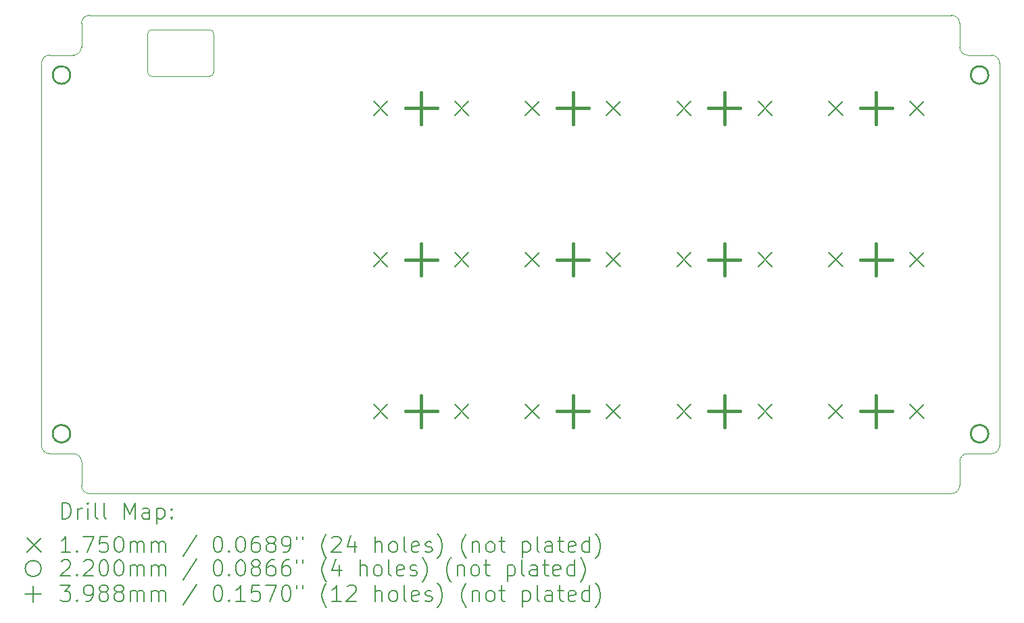
<source format=gbr>
%TF.GenerationSoftware,KiCad,Pcbnew,7.0.9*%
%TF.CreationDate,2024-08-20T09:53:01-04:00*%
%TF.ProjectId,macropad-pico,6d616372-6f70-4616-942d-7069636f2e6b,rev?*%
%TF.SameCoordinates,Original*%
%TF.FileFunction,Drillmap*%
%TF.FilePolarity,Positive*%
%FSLAX45Y45*%
G04 Gerber Fmt 4.5, Leading zero omitted, Abs format (unit mm)*
G04 Created by KiCad (PCBNEW 7.0.9) date 2024-08-20 09:53:01*
%MOMM*%
%LPD*%
G01*
G04 APERTURE LIST*
%ADD10C,0.100000*%
%ADD11C,0.200000*%
%ADD12C,0.175000*%
%ADD13C,0.220000*%
%ADD14C,0.398780*%
G04 APERTURE END LIST*
D10*
X11883400Y-4334200D02*
X11883400Y-3852900D01*
X11933400Y-4384200D02*
X12660600Y-4384200D01*
X11054800Y-9220000D02*
X11054800Y-9520000D01*
X22554800Y-4220000D02*
G75*
G03*
X22454800Y-4120000I-100000J0D01*
G01*
X22154800Y-9120000D02*
X22454800Y-9120000D01*
X22154800Y-9120000D02*
G75*
G03*
X22054800Y-9220000I0J-100000D01*
G01*
X22054800Y-9520000D02*
X22054800Y-9220000D01*
X11154800Y-3620000D02*
G75*
G03*
X11054800Y-3720000I0J-100000D01*
G01*
X12660600Y-4384200D02*
G75*
G03*
X12710600Y-4334200I0J50000D01*
G01*
X12660600Y-3802900D02*
X11933400Y-3802900D01*
X22054800Y-4020000D02*
G75*
G03*
X22154800Y-4120000I100000J0D01*
G01*
X10554800Y-4220000D02*
X10554800Y-9020000D01*
X22154800Y-4120000D02*
X22454800Y-4120000D01*
X10954800Y-4120000D02*
X10654800Y-4120000D01*
X10654800Y-4120000D02*
G75*
G03*
X10554800Y-4220000I0J-100000D01*
G01*
X10954800Y-4120000D02*
G75*
G03*
X11054800Y-4020000I0J100000D01*
G01*
X11054800Y-3720000D02*
X11054800Y-4020000D01*
X12710600Y-3852900D02*
G75*
G03*
X12660600Y-3802900I-50000J0D01*
G01*
X21954800Y-3620000D02*
X11154800Y-3620000D01*
X11154800Y-9620000D02*
X21954800Y-9620000D01*
X11883400Y-4334200D02*
G75*
G03*
X11933400Y-4384200I50000J0D01*
G01*
X22454800Y-9120000D02*
G75*
G03*
X22554800Y-9020000I0J100000D01*
G01*
X21954800Y-9620000D02*
G75*
G03*
X22054800Y-9520000I0J100000D01*
G01*
X11054800Y-9220000D02*
G75*
G03*
X10954800Y-9120000I-100000J0D01*
G01*
X22554800Y-9020000D02*
X22554800Y-4220000D01*
X22054800Y-3720000D02*
X22054800Y-4020000D01*
X11933400Y-3802900D02*
G75*
G03*
X11883400Y-3852900I0J-50000D01*
G01*
X11054800Y-9520000D02*
G75*
G03*
X11154800Y-9620000I100000J0D01*
G01*
X10554800Y-9020000D02*
G75*
G03*
X10654800Y-9120000I100000J0D01*
G01*
X10654800Y-9120000D02*
X10954800Y-9120000D01*
X22054800Y-3720000D02*
G75*
G03*
X21954800Y-3620000I-100000J0D01*
G01*
X12710600Y-4334200D02*
X12710600Y-3852900D01*
D11*
D12*
X14714308Y-4699692D02*
X14889308Y-4874692D01*
X14889308Y-4699692D02*
X14714308Y-4874692D01*
X14714308Y-6599692D02*
X14889308Y-6774692D01*
X14889308Y-6599692D02*
X14714308Y-6774692D01*
X14714308Y-8499692D02*
X14889308Y-8674692D01*
X14889308Y-8499692D02*
X14714308Y-8674692D01*
X15730308Y-4699692D02*
X15905308Y-4874692D01*
X15905308Y-4699692D02*
X15730308Y-4874692D01*
X15730308Y-6599692D02*
X15905308Y-6774692D01*
X15905308Y-6599692D02*
X15730308Y-6774692D01*
X15730308Y-8499692D02*
X15905308Y-8674692D01*
X15905308Y-8499692D02*
X15730308Y-8674692D01*
X16614308Y-4699692D02*
X16789308Y-4874692D01*
X16789308Y-4699692D02*
X16614308Y-4874692D01*
X16614308Y-6599692D02*
X16789308Y-6774692D01*
X16789308Y-6599692D02*
X16614308Y-6774692D01*
X16614308Y-8499692D02*
X16789308Y-8674692D01*
X16789308Y-8499692D02*
X16614308Y-8674692D01*
X17630308Y-4699692D02*
X17805308Y-4874692D01*
X17805308Y-4699692D02*
X17630308Y-4874692D01*
X17630308Y-6599692D02*
X17805308Y-6774692D01*
X17805308Y-6599692D02*
X17630308Y-6774692D01*
X17630308Y-8499692D02*
X17805308Y-8674692D01*
X17805308Y-8499692D02*
X17630308Y-8674692D01*
X18514308Y-4699692D02*
X18689308Y-4874692D01*
X18689308Y-4699692D02*
X18514308Y-4874692D01*
X18514308Y-6599692D02*
X18689308Y-6774692D01*
X18689308Y-6599692D02*
X18514308Y-6774692D01*
X18514308Y-8499692D02*
X18689308Y-8674692D01*
X18689308Y-8499692D02*
X18514308Y-8674692D01*
X19530308Y-4699692D02*
X19705308Y-4874692D01*
X19705308Y-4699692D02*
X19530308Y-4874692D01*
X19530308Y-6599692D02*
X19705308Y-6774692D01*
X19705308Y-6599692D02*
X19530308Y-6774692D01*
X19530308Y-8499692D02*
X19705308Y-8674692D01*
X19705308Y-8499692D02*
X19530308Y-8674692D01*
X20414308Y-4699692D02*
X20589308Y-4874692D01*
X20589308Y-4699692D02*
X20414308Y-4874692D01*
X20414308Y-6599692D02*
X20589308Y-6774692D01*
X20589308Y-6599692D02*
X20414308Y-6774692D01*
X20414308Y-8499692D02*
X20589308Y-8674692D01*
X20589308Y-8499692D02*
X20414308Y-8674692D01*
X21430308Y-4699692D02*
X21605308Y-4874692D01*
X21605308Y-4699692D02*
X21430308Y-4874692D01*
X21430308Y-6599692D02*
X21605308Y-6774692D01*
X21605308Y-6599692D02*
X21430308Y-6774692D01*
X21430308Y-8499692D02*
X21605308Y-8674692D01*
X21605308Y-8499692D02*
X21430308Y-8674692D01*
D13*
X10914600Y-8869500D02*
G75*
G03*
X10914600Y-8869500I-110000J0D01*
G01*
X10915000Y-4370000D02*
G75*
G03*
X10915000Y-4370000I-110000J0D01*
G01*
X22414800Y-8869600D02*
G75*
G03*
X22414800Y-8869600I-110000J0D01*
G01*
X22414900Y-4370300D02*
G75*
G03*
X22414900Y-4370300I-110000J0D01*
G01*
D14*
X15309808Y-4587802D02*
X15309808Y-4986582D01*
X15110418Y-4787192D02*
X15509198Y-4787192D01*
X15309808Y-6487802D02*
X15309808Y-6886582D01*
X15110418Y-6687192D02*
X15509198Y-6687192D01*
X15309808Y-8387802D02*
X15309808Y-8786582D01*
X15110418Y-8587192D02*
X15509198Y-8587192D01*
X17209808Y-4587802D02*
X17209808Y-4986582D01*
X17010418Y-4787192D02*
X17409198Y-4787192D01*
X17209808Y-6487802D02*
X17209808Y-6886582D01*
X17010418Y-6687192D02*
X17409198Y-6687192D01*
X17209808Y-8387802D02*
X17209808Y-8786582D01*
X17010418Y-8587192D02*
X17409198Y-8587192D01*
X19109808Y-4587802D02*
X19109808Y-4986582D01*
X18910418Y-4787192D02*
X19309198Y-4787192D01*
X19109808Y-6487802D02*
X19109808Y-6886582D01*
X18910418Y-6687192D02*
X19309198Y-6687192D01*
X19109808Y-8387802D02*
X19109808Y-8786582D01*
X18910418Y-8587192D02*
X19309198Y-8587192D01*
X21009808Y-4587802D02*
X21009808Y-4986582D01*
X20810418Y-4787192D02*
X21209198Y-4787192D01*
X21009808Y-6487802D02*
X21009808Y-6886582D01*
X20810418Y-6687192D02*
X21209198Y-6687192D01*
X21009808Y-8387802D02*
X21009808Y-8786582D01*
X20810418Y-8587192D02*
X21209198Y-8587192D01*
D11*
X10810577Y-9936484D02*
X10810577Y-9736484D01*
X10810577Y-9736484D02*
X10858196Y-9736484D01*
X10858196Y-9736484D02*
X10886767Y-9746008D01*
X10886767Y-9746008D02*
X10905815Y-9765055D01*
X10905815Y-9765055D02*
X10915339Y-9784103D01*
X10915339Y-9784103D02*
X10924863Y-9822198D01*
X10924863Y-9822198D02*
X10924863Y-9850770D01*
X10924863Y-9850770D02*
X10915339Y-9888865D01*
X10915339Y-9888865D02*
X10905815Y-9907912D01*
X10905815Y-9907912D02*
X10886767Y-9926960D01*
X10886767Y-9926960D02*
X10858196Y-9936484D01*
X10858196Y-9936484D02*
X10810577Y-9936484D01*
X11010577Y-9936484D02*
X11010577Y-9803150D01*
X11010577Y-9841246D02*
X11020101Y-9822198D01*
X11020101Y-9822198D02*
X11029624Y-9812674D01*
X11029624Y-9812674D02*
X11048672Y-9803150D01*
X11048672Y-9803150D02*
X11067720Y-9803150D01*
X11134386Y-9936484D02*
X11134386Y-9803150D01*
X11134386Y-9736484D02*
X11124863Y-9746008D01*
X11124863Y-9746008D02*
X11134386Y-9755531D01*
X11134386Y-9755531D02*
X11143910Y-9746008D01*
X11143910Y-9746008D02*
X11134386Y-9736484D01*
X11134386Y-9736484D02*
X11134386Y-9755531D01*
X11258196Y-9936484D02*
X11239148Y-9926960D01*
X11239148Y-9926960D02*
X11229624Y-9907912D01*
X11229624Y-9907912D02*
X11229624Y-9736484D01*
X11362958Y-9936484D02*
X11343910Y-9926960D01*
X11343910Y-9926960D02*
X11334386Y-9907912D01*
X11334386Y-9907912D02*
X11334386Y-9736484D01*
X11591529Y-9936484D02*
X11591529Y-9736484D01*
X11591529Y-9736484D02*
X11658196Y-9879341D01*
X11658196Y-9879341D02*
X11724862Y-9736484D01*
X11724862Y-9736484D02*
X11724862Y-9936484D01*
X11905815Y-9936484D02*
X11905815Y-9831722D01*
X11905815Y-9831722D02*
X11896291Y-9812674D01*
X11896291Y-9812674D02*
X11877243Y-9803150D01*
X11877243Y-9803150D02*
X11839148Y-9803150D01*
X11839148Y-9803150D02*
X11820101Y-9812674D01*
X11905815Y-9926960D02*
X11886767Y-9936484D01*
X11886767Y-9936484D02*
X11839148Y-9936484D01*
X11839148Y-9936484D02*
X11820101Y-9926960D01*
X11820101Y-9926960D02*
X11810577Y-9907912D01*
X11810577Y-9907912D02*
X11810577Y-9888865D01*
X11810577Y-9888865D02*
X11820101Y-9869817D01*
X11820101Y-9869817D02*
X11839148Y-9860293D01*
X11839148Y-9860293D02*
X11886767Y-9860293D01*
X11886767Y-9860293D02*
X11905815Y-9850770D01*
X12001053Y-9803150D02*
X12001053Y-10003150D01*
X12001053Y-9812674D02*
X12020101Y-9803150D01*
X12020101Y-9803150D02*
X12058196Y-9803150D01*
X12058196Y-9803150D02*
X12077243Y-9812674D01*
X12077243Y-9812674D02*
X12086767Y-9822198D01*
X12086767Y-9822198D02*
X12096291Y-9841246D01*
X12096291Y-9841246D02*
X12096291Y-9898389D01*
X12096291Y-9898389D02*
X12086767Y-9917436D01*
X12086767Y-9917436D02*
X12077243Y-9926960D01*
X12077243Y-9926960D02*
X12058196Y-9936484D01*
X12058196Y-9936484D02*
X12020101Y-9936484D01*
X12020101Y-9936484D02*
X12001053Y-9926960D01*
X12182005Y-9917436D02*
X12191529Y-9926960D01*
X12191529Y-9926960D02*
X12182005Y-9936484D01*
X12182005Y-9936484D02*
X12172482Y-9926960D01*
X12172482Y-9926960D02*
X12182005Y-9917436D01*
X12182005Y-9917436D02*
X12182005Y-9936484D01*
X12182005Y-9812674D02*
X12191529Y-9822198D01*
X12191529Y-9822198D02*
X12182005Y-9831722D01*
X12182005Y-9831722D02*
X12172482Y-9822198D01*
X12172482Y-9822198D02*
X12182005Y-9812674D01*
X12182005Y-9812674D02*
X12182005Y-9831722D01*
D12*
X10374800Y-10177500D02*
X10549800Y-10352500D01*
X10549800Y-10177500D02*
X10374800Y-10352500D01*
D11*
X10915339Y-10356484D02*
X10801053Y-10356484D01*
X10858196Y-10356484D02*
X10858196Y-10156484D01*
X10858196Y-10156484D02*
X10839148Y-10185055D01*
X10839148Y-10185055D02*
X10820101Y-10204103D01*
X10820101Y-10204103D02*
X10801053Y-10213627D01*
X11001053Y-10337436D02*
X11010577Y-10346960D01*
X11010577Y-10346960D02*
X11001053Y-10356484D01*
X11001053Y-10356484D02*
X10991529Y-10346960D01*
X10991529Y-10346960D02*
X11001053Y-10337436D01*
X11001053Y-10337436D02*
X11001053Y-10356484D01*
X11077244Y-10156484D02*
X11210577Y-10156484D01*
X11210577Y-10156484D02*
X11124863Y-10356484D01*
X11382005Y-10156484D02*
X11286767Y-10156484D01*
X11286767Y-10156484D02*
X11277243Y-10251722D01*
X11277243Y-10251722D02*
X11286767Y-10242198D01*
X11286767Y-10242198D02*
X11305815Y-10232674D01*
X11305815Y-10232674D02*
X11353434Y-10232674D01*
X11353434Y-10232674D02*
X11372482Y-10242198D01*
X11372482Y-10242198D02*
X11382005Y-10251722D01*
X11382005Y-10251722D02*
X11391529Y-10270770D01*
X11391529Y-10270770D02*
X11391529Y-10318389D01*
X11391529Y-10318389D02*
X11382005Y-10337436D01*
X11382005Y-10337436D02*
X11372482Y-10346960D01*
X11372482Y-10346960D02*
X11353434Y-10356484D01*
X11353434Y-10356484D02*
X11305815Y-10356484D01*
X11305815Y-10356484D02*
X11286767Y-10346960D01*
X11286767Y-10346960D02*
X11277243Y-10337436D01*
X11515339Y-10156484D02*
X11534386Y-10156484D01*
X11534386Y-10156484D02*
X11553434Y-10166008D01*
X11553434Y-10166008D02*
X11562958Y-10175531D01*
X11562958Y-10175531D02*
X11572482Y-10194579D01*
X11572482Y-10194579D02*
X11582005Y-10232674D01*
X11582005Y-10232674D02*
X11582005Y-10280293D01*
X11582005Y-10280293D02*
X11572482Y-10318389D01*
X11572482Y-10318389D02*
X11562958Y-10337436D01*
X11562958Y-10337436D02*
X11553434Y-10346960D01*
X11553434Y-10346960D02*
X11534386Y-10356484D01*
X11534386Y-10356484D02*
X11515339Y-10356484D01*
X11515339Y-10356484D02*
X11496291Y-10346960D01*
X11496291Y-10346960D02*
X11486767Y-10337436D01*
X11486767Y-10337436D02*
X11477243Y-10318389D01*
X11477243Y-10318389D02*
X11467720Y-10280293D01*
X11467720Y-10280293D02*
X11467720Y-10232674D01*
X11467720Y-10232674D02*
X11477243Y-10194579D01*
X11477243Y-10194579D02*
X11486767Y-10175531D01*
X11486767Y-10175531D02*
X11496291Y-10166008D01*
X11496291Y-10166008D02*
X11515339Y-10156484D01*
X11667720Y-10356484D02*
X11667720Y-10223150D01*
X11667720Y-10242198D02*
X11677243Y-10232674D01*
X11677243Y-10232674D02*
X11696291Y-10223150D01*
X11696291Y-10223150D02*
X11724863Y-10223150D01*
X11724863Y-10223150D02*
X11743910Y-10232674D01*
X11743910Y-10232674D02*
X11753434Y-10251722D01*
X11753434Y-10251722D02*
X11753434Y-10356484D01*
X11753434Y-10251722D02*
X11762958Y-10232674D01*
X11762958Y-10232674D02*
X11782005Y-10223150D01*
X11782005Y-10223150D02*
X11810577Y-10223150D01*
X11810577Y-10223150D02*
X11829624Y-10232674D01*
X11829624Y-10232674D02*
X11839148Y-10251722D01*
X11839148Y-10251722D02*
X11839148Y-10356484D01*
X11934386Y-10356484D02*
X11934386Y-10223150D01*
X11934386Y-10242198D02*
X11943910Y-10232674D01*
X11943910Y-10232674D02*
X11962958Y-10223150D01*
X11962958Y-10223150D02*
X11991529Y-10223150D01*
X11991529Y-10223150D02*
X12010577Y-10232674D01*
X12010577Y-10232674D02*
X12020101Y-10251722D01*
X12020101Y-10251722D02*
X12020101Y-10356484D01*
X12020101Y-10251722D02*
X12029624Y-10232674D01*
X12029624Y-10232674D02*
X12048672Y-10223150D01*
X12048672Y-10223150D02*
X12077243Y-10223150D01*
X12077243Y-10223150D02*
X12096291Y-10232674D01*
X12096291Y-10232674D02*
X12105815Y-10251722D01*
X12105815Y-10251722D02*
X12105815Y-10356484D01*
X12496291Y-10146960D02*
X12324863Y-10404103D01*
X12753434Y-10156484D02*
X12772482Y-10156484D01*
X12772482Y-10156484D02*
X12791529Y-10166008D01*
X12791529Y-10166008D02*
X12801053Y-10175531D01*
X12801053Y-10175531D02*
X12810577Y-10194579D01*
X12810577Y-10194579D02*
X12820101Y-10232674D01*
X12820101Y-10232674D02*
X12820101Y-10280293D01*
X12820101Y-10280293D02*
X12810577Y-10318389D01*
X12810577Y-10318389D02*
X12801053Y-10337436D01*
X12801053Y-10337436D02*
X12791529Y-10346960D01*
X12791529Y-10346960D02*
X12772482Y-10356484D01*
X12772482Y-10356484D02*
X12753434Y-10356484D01*
X12753434Y-10356484D02*
X12734386Y-10346960D01*
X12734386Y-10346960D02*
X12724863Y-10337436D01*
X12724863Y-10337436D02*
X12715339Y-10318389D01*
X12715339Y-10318389D02*
X12705815Y-10280293D01*
X12705815Y-10280293D02*
X12705815Y-10232674D01*
X12705815Y-10232674D02*
X12715339Y-10194579D01*
X12715339Y-10194579D02*
X12724863Y-10175531D01*
X12724863Y-10175531D02*
X12734386Y-10166008D01*
X12734386Y-10166008D02*
X12753434Y-10156484D01*
X12905815Y-10337436D02*
X12915339Y-10346960D01*
X12915339Y-10346960D02*
X12905815Y-10356484D01*
X12905815Y-10356484D02*
X12896291Y-10346960D01*
X12896291Y-10346960D02*
X12905815Y-10337436D01*
X12905815Y-10337436D02*
X12905815Y-10356484D01*
X13039148Y-10156484D02*
X13058196Y-10156484D01*
X13058196Y-10156484D02*
X13077244Y-10166008D01*
X13077244Y-10166008D02*
X13086767Y-10175531D01*
X13086767Y-10175531D02*
X13096291Y-10194579D01*
X13096291Y-10194579D02*
X13105815Y-10232674D01*
X13105815Y-10232674D02*
X13105815Y-10280293D01*
X13105815Y-10280293D02*
X13096291Y-10318389D01*
X13096291Y-10318389D02*
X13086767Y-10337436D01*
X13086767Y-10337436D02*
X13077244Y-10346960D01*
X13077244Y-10346960D02*
X13058196Y-10356484D01*
X13058196Y-10356484D02*
X13039148Y-10356484D01*
X13039148Y-10356484D02*
X13020101Y-10346960D01*
X13020101Y-10346960D02*
X13010577Y-10337436D01*
X13010577Y-10337436D02*
X13001053Y-10318389D01*
X13001053Y-10318389D02*
X12991529Y-10280293D01*
X12991529Y-10280293D02*
X12991529Y-10232674D01*
X12991529Y-10232674D02*
X13001053Y-10194579D01*
X13001053Y-10194579D02*
X13010577Y-10175531D01*
X13010577Y-10175531D02*
X13020101Y-10166008D01*
X13020101Y-10166008D02*
X13039148Y-10156484D01*
X13277244Y-10156484D02*
X13239148Y-10156484D01*
X13239148Y-10156484D02*
X13220101Y-10166008D01*
X13220101Y-10166008D02*
X13210577Y-10175531D01*
X13210577Y-10175531D02*
X13191529Y-10204103D01*
X13191529Y-10204103D02*
X13182006Y-10242198D01*
X13182006Y-10242198D02*
X13182006Y-10318389D01*
X13182006Y-10318389D02*
X13191529Y-10337436D01*
X13191529Y-10337436D02*
X13201053Y-10346960D01*
X13201053Y-10346960D02*
X13220101Y-10356484D01*
X13220101Y-10356484D02*
X13258196Y-10356484D01*
X13258196Y-10356484D02*
X13277244Y-10346960D01*
X13277244Y-10346960D02*
X13286767Y-10337436D01*
X13286767Y-10337436D02*
X13296291Y-10318389D01*
X13296291Y-10318389D02*
X13296291Y-10270770D01*
X13296291Y-10270770D02*
X13286767Y-10251722D01*
X13286767Y-10251722D02*
X13277244Y-10242198D01*
X13277244Y-10242198D02*
X13258196Y-10232674D01*
X13258196Y-10232674D02*
X13220101Y-10232674D01*
X13220101Y-10232674D02*
X13201053Y-10242198D01*
X13201053Y-10242198D02*
X13191529Y-10251722D01*
X13191529Y-10251722D02*
X13182006Y-10270770D01*
X13410577Y-10242198D02*
X13391529Y-10232674D01*
X13391529Y-10232674D02*
X13382006Y-10223150D01*
X13382006Y-10223150D02*
X13372482Y-10204103D01*
X13372482Y-10204103D02*
X13372482Y-10194579D01*
X13372482Y-10194579D02*
X13382006Y-10175531D01*
X13382006Y-10175531D02*
X13391529Y-10166008D01*
X13391529Y-10166008D02*
X13410577Y-10156484D01*
X13410577Y-10156484D02*
X13448672Y-10156484D01*
X13448672Y-10156484D02*
X13467720Y-10166008D01*
X13467720Y-10166008D02*
X13477244Y-10175531D01*
X13477244Y-10175531D02*
X13486767Y-10194579D01*
X13486767Y-10194579D02*
X13486767Y-10204103D01*
X13486767Y-10204103D02*
X13477244Y-10223150D01*
X13477244Y-10223150D02*
X13467720Y-10232674D01*
X13467720Y-10232674D02*
X13448672Y-10242198D01*
X13448672Y-10242198D02*
X13410577Y-10242198D01*
X13410577Y-10242198D02*
X13391529Y-10251722D01*
X13391529Y-10251722D02*
X13382006Y-10261246D01*
X13382006Y-10261246D02*
X13372482Y-10280293D01*
X13372482Y-10280293D02*
X13372482Y-10318389D01*
X13372482Y-10318389D02*
X13382006Y-10337436D01*
X13382006Y-10337436D02*
X13391529Y-10346960D01*
X13391529Y-10346960D02*
X13410577Y-10356484D01*
X13410577Y-10356484D02*
X13448672Y-10356484D01*
X13448672Y-10356484D02*
X13467720Y-10346960D01*
X13467720Y-10346960D02*
X13477244Y-10337436D01*
X13477244Y-10337436D02*
X13486767Y-10318389D01*
X13486767Y-10318389D02*
X13486767Y-10280293D01*
X13486767Y-10280293D02*
X13477244Y-10261246D01*
X13477244Y-10261246D02*
X13467720Y-10251722D01*
X13467720Y-10251722D02*
X13448672Y-10242198D01*
X13582006Y-10356484D02*
X13620101Y-10356484D01*
X13620101Y-10356484D02*
X13639148Y-10346960D01*
X13639148Y-10346960D02*
X13648672Y-10337436D01*
X13648672Y-10337436D02*
X13667720Y-10308865D01*
X13667720Y-10308865D02*
X13677244Y-10270770D01*
X13677244Y-10270770D02*
X13677244Y-10194579D01*
X13677244Y-10194579D02*
X13667720Y-10175531D01*
X13667720Y-10175531D02*
X13658196Y-10166008D01*
X13658196Y-10166008D02*
X13639148Y-10156484D01*
X13639148Y-10156484D02*
X13601053Y-10156484D01*
X13601053Y-10156484D02*
X13582006Y-10166008D01*
X13582006Y-10166008D02*
X13572482Y-10175531D01*
X13572482Y-10175531D02*
X13562958Y-10194579D01*
X13562958Y-10194579D02*
X13562958Y-10242198D01*
X13562958Y-10242198D02*
X13572482Y-10261246D01*
X13572482Y-10261246D02*
X13582006Y-10270770D01*
X13582006Y-10270770D02*
X13601053Y-10280293D01*
X13601053Y-10280293D02*
X13639148Y-10280293D01*
X13639148Y-10280293D02*
X13658196Y-10270770D01*
X13658196Y-10270770D02*
X13667720Y-10261246D01*
X13667720Y-10261246D02*
X13677244Y-10242198D01*
X13753434Y-10156484D02*
X13753434Y-10194579D01*
X13829625Y-10156484D02*
X13829625Y-10194579D01*
X14124863Y-10432674D02*
X14115339Y-10423150D01*
X14115339Y-10423150D02*
X14096291Y-10394579D01*
X14096291Y-10394579D02*
X14086768Y-10375531D01*
X14086768Y-10375531D02*
X14077244Y-10346960D01*
X14077244Y-10346960D02*
X14067720Y-10299341D01*
X14067720Y-10299341D02*
X14067720Y-10261246D01*
X14067720Y-10261246D02*
X14077244Y-10213627D01*
X14077244Y-10213627D02*
X14086768Y-10185055D01*
X14086768Y-10185055D02*
X14096291Y-10166008D01*
X14096291Y-10166008D02*
X14115339Y-10137436D01*
X14115339Y-10137436D02*
X14124863Y-10127912D01*
X14191529Y-10175531D02*
X14201053Y-10166008D01*
X14201053Y-10166008D02*
X14220101Y-10156484D01*
X14220101Y-10156484D02*
X14267720Y-10156484D01*
X14267720Y-10156484D02*
X14286768Y-10166008D01*
X14286768Y-10166008D02*
X14296291Y-10175531D01*
X14296291Y-10175531D02*
X14305815Y-10194579D01*
X14305815Y-10194579D02*
X14305815Y-10213627D01*
X14305815Y-10213627D02*
X14296291Y-10242198D01*
X14296291Y-10242198D02*
X14182006Y-10356484D01*
X14182006Y-10356484D02*
X14305815Y-10356484D01*
X14477244Y-10223150D02*
X14477244Y-10356484D01*
X14429625Y-10146960D02*
X14382006Y-10289817D01*
X14382006Y-10289817D02*
X14505815Y-10289817D01*
X14734387Y-10356484D02*
X14734387Y-10156484D01*
X14820101Y-10356484D02*
X14820101Y-10251722D01*
X14820101Y-10251722D02*
X14810577Y-10232674D01*
X14810577Y-10232674D02*
X14791530Y-10223150D01*
X14791530Y-10223150D02*
X14762958Y-10223150D01*
X14762958Y-10223150D02*
X14743910Y-10232674D01*
X14743910Y-10232674D02*
X14734387Y-10242198D01*
X14943910Y-10356484D02*
X14924863Y-10346960D01*
X14924863Y-10346960D02*
X14915339Y-10337436D01*
X14915339Y-10337436D02*
X14905815Y-10318389D01*
X14905815Y-10318389D02*
X14905815Y-10261246D01*
X14905815Y-10261246D02*
X14915339Y-10242198D01*
X14915339Y-10242198D02*
X14924863Y-10232674D01*
X14924863Y-10232674D02*
X14943910Y-10223150D01*
X14943910Y-10223150D02*
X14972482Y-10223150D01*
X14972482Y-10223150D02*
X14991530Y-10232674D01*
X14991530Y-10232674D02*
X15001053Y-10242198D01*
X15001053Y-10242198D02*
X15010577Y-10261246D01*
X15010577Y-10261246D02*
X15010577Y-10318389D01*
X15010577Y-10318389D02*
X15001053Y-10337436D01*
X15001053Y-10337436D02*
X14991530Y-10346960D01*
X14991530Y-10346960D02*
X14972482Y-10356484D01*
X14972482Y-10356484D02*
X14943910Y-10356484D01*
X15124863Y-10356484D02*
X15105815Y-10346960D01*
X15105815Y-10346960D02*
X15096291Y-10327912D01*
X15096291Y-10327912D02*
X15096291Y-10156484D01*
X15277244Y-10346960D02*
X15258196Y-10356484D01*
X15258196Y-10356484D02*
X15220101Y-10356484D01*
X15220101Y-10356484D02*
X15201053Y-10346960D01*
X15201053Y-10346960D02*
X15191530Y-10327912D01*
X15191530Y-10327912D02*
X15191530Y-10251722D01*
X15191530Y-10251722D02*
X15201053Y-10232674D01*
X15201053Y-10232674D02*
X15220101Y-10223150D01*
X15220101Y-10223150D02*
X15258196Y-10223150D01*
X15258196Y-10223150D02*
X15277244Y-10232674D01*
X15277244Y-10232674D02*
X15286768Y-10251722D01*
X15286768Y-10251722D02*
X15286768Y-10270770D01*
X15286768Y-10270770D02*
X15191530Y-10289817D01*
X15362958Y-10346960D02*
X15382006Y-10356484D01*
X15382006Y-10356484D02*
X15420101Y-10356484D01*
X15420101Y-10356484D02*
X15439149Y-10346960D01*
X15439149Y-10346960D02*
X15448672Y-10327912D01*
X15448672Y-10327912D02*
X15448672Y-10318389D01*
X15448672Y-10318389D02*
X15439149Y-10299341D01*
X15439149Y-10299341D02*
X15420101Y-10289817D01*
X15420101Y-10289817D02*
X15391530Y-10289817D01*
X15391530Y-10289817D02*
X15372482Y-10280293D01*
X15372482Y-10280293D02*
X15362958Y-10261246D01*
X15362958Y-10261246D02*
X15362958Y-10251722D01*
X15362958Y-10251722D02*
X15372482Y-10232674D01*
X15372482Y-10232674D02*
X15391530Y-10223150D01*
X15391530Y-10223150D02*
X15420101Y-10223150D01*
X15420101Y-10223150D02*
X15439149Y-10232674D01*
X15515339Y-10432674D02*
X15524863Y-10423150D01*
X15524863Y-10423150D02*
X15543911Y-10394579D01*
X15543911Y-10394579D02*
X15553434Y-10375531D01*
X15553434Y-10375531D02*
X15562958Y-10346960D01*
X15562958Y-10346960D02*
X15572482Y-10299341D01*
X15572482Y-10299341D02*
X15572482Y-10261246D01*
X15572482Y-10261246D02*
X15562958Y-10213627D01*
X15562958Y-10213627D02*
X15553434Y-10185055D01*
X15553434Y-10185055D02*
X15543911Y-10166008D01*
X15543911Y-10166008D02*
X15524863Y-10137436D01*
X15524863Y-10137436D02*
X15515339Y-10127912D01*
X15877244Y-10432674D02*
X15867720Y-10423150D01*
X15867720Y-10423150D02*
X15848672Y-10394579D01*
X15848672Y-10394579D02*
X15839149Y-10375531D01*
X15839149Y-10375531D02*
X15829625Y-10346960D01*
X15829625Y-10346960D02*
X15820101Y-10299341D01*
X15820101Y-10299341D02*
X15820101Y-10261246D01*
X15820101Y-10261246D02*
X15829625Y-10213627D01*
X15829625Y-10213627D02*
X15839149Y-10185055D01*
X15839149Y-10185055D02*
X15848672Y-10166008D01*
X15848672Y-10166008D02*
X15867720Y-10137436D01*
X15867720Y-10137436D02*
X15877244Y-10127912D01*
X15953434Y-10223150D02*
X15953434Y-10356484D01*
X15953434Y-10242198D02*
X15962958Y-10232674D01*
X15962958Y-10232674D02*
X15982006Y-10223150D01*
X15982006Y-10223150D02*
X16010577Y-10223150D01*
X16010577Y-10223150D02*
X16029625Y-10232674D01*
X16029625Y-10232674D02*
X16039149Y-10251722D01*
X16039149Y-10251722D02*
X16039149Y-10356484D01*
X16162958Y-10356484D02*
X16143911Y-10346960D01*
X16143911Y-10346960D02*
X16134387Y-10337436D01*
X16134387Y-10337436D02*
X16124863Y-10318389D01*
X16124863Y-10318389D02*
X16124863Y-10261246D01*
X16124863Y-10261246D02*
X16134387Y-10242198D01*
X16134387Y-10242198D02*
X16143911Y-10232674D01*
X16143911Y-10232674D02*
X16162958Y-10223150D01*
X16162958Y-10223150D02*
X16191530Y-10223150D01*
X16191530Y-10223150D02*
X16210577Y-10232674D01*
X16210577Y-10232674D02*
X16220101Y-10242198D01*
X16220101Y-10242198D02*
X16229625Y-10261246D01*
X16229625Y-10261246D02*
X16229625Y-10318389D01*
X16229625Y-10318389D02*
X16220101Y-10337436D01*
X16220101Y-10337436D02*
X16210577Y-10346960D01*
X16210577Y-10346960D02*
X16191530Y-10356484D01*
X16191530Y-10356484D02*
X16162958Y-10356484D01*
X16286768Y-10223150D02*
X16362958Y-10223150D01*
X16315339Y-10156484D02*
X16315339Y-10327912D01*
X16315339Y-10327912D02*
X16324863Y-10346960D01*
X16324863Y-10346960D02*
X16343911Y-10356484D01*
X16343911Y-10356484D02*
X16362958Y-10356484D01*
X16582006Y-10223150D02*
X16582006Y-10423150D01*
X16582006Y-10232674D02*
X16601053Y-10223150D01*
X16601053Y-10223150D02*
X16639149Y-10223150D01*
X16639149Y-10223150D02*
X16658196Y-10232674D01*
X16658196Y-10232674D02*
X16667720Y-10242198D01*
X16667720Y-10242198D02*
X16677244Y-10261246D01*
X16677244Y-10261246D02*
X16677244Y-10318389D01*
X16677244Y-10318389D02*
X16667720Y-10337436D01*
X16667720Y-10337436D02*
X16658196Y-10346960D01*
X16658196Y-10346960D02*
X16639149Y-10356484D01*
X16639149Y-10356484D02*
X16601053Y-10356484D01*
X16601053Y-10356484D02*
X16582006Y-10346960D01*
X16791530Y-10356484D02*
X16772482Y-10346960D01*
X16772482Y-10346960D02*
X16762958Y-10327912D01*
X16762958Y-10327912D02*
X16762958Y-10156484D01*
X16953435Y-10356484D02*
X16953435Y-10251722D01*
X16953435Y-10251722D02*
X16943911Y-10232674D01*
X16943911Y-10232674D02*
X16924863Y-10223150D01*
X16924863Y-10223150D02*
X16886768Y-10223150D01*
X16886768Y-10223150D02*
X16867720Y-10232674D01*
X16953435Y-10346960D02*
X16934387Y-10356484D01*
X16934387Y-10356484D02*
X16886768Y-10356484D01*
X16886768Y-10356484D02*
X16867720Y-10346960D01*
X16867720Y-10346960D02*
X16858196Y-10327912D01*
X16858196Y-10327912D02*
X16858196Y-10308865D01*
X16858196Y-10308865D02*
X16867720Y-10289817D01*
X16867720Y-10289817D02*
X16886768Y-10280293D01*
X16886768Y-10280293D02*
X16934387Y-10280293D01*
X16934387Y-10280293D02*
X16953435Y-10270770D01*
X17020101Y-10223150D02*
X17096292Y-10223150D01*
X17048673Y-10156484D02*
X17048673Y-10327912D01*
X17048673Y-10327912D02*
X17058196Y-10346960D01*
X17058196Y-10346960D02*
X17077244Y-10356484D01*
X17077244Y-10356484D02*
X17096292Y-10356484D01*
X17239149Y-10346960D02*
X17220101Y-10356484D01*
X17220101Y-10356484D02*
X17182006Y-10356484D01*
X17182006Y-10356484D02*
X17162958Y-10346960D01*
X17162958Y-10346960D02*
X17153435Y-10327912D01*
X17153435Y-10327912D02*
X17153435Y-10251722D01*
X17153435Y-10251722D02*
X17162958Y-10232674D01*
X17162958Y-10232674D02*
X17182006Y-10223150D01*
X17182006Y-10223150D02*
X17220101Y-10223150D01*
X17220101Y-10223150D02*
X17239149Y-10232674D01*
X17239149Y-10232674D02*
X17248673Y-10251722D01*
X17248673Y-10251722D02*
X17248673Y-10270770D01*
X17248673Y-10270770D02*
X17153435Y-10289817D01*
X17420101Y-10356484D02*
X17420101Y-10156484D01*
X17420101Y-10346960D02*
X17401054Y-10356484D01*
X17401054Y-10356484D02*
X17362958Y-10356484D01*
X17362958Y-10356484D02*
X17343911Y-10346960D01*
X17343911Y-10346960D02*
X17334387Y-10337436D01*
X17334387Y-10337436D02*
X17324863Y-10318389D01*
X17324863Y-10318389D02*
X17324863Y-10261246D01*
X17324863Y-10261246D02*
X17334387Y-10242198D01*
X17334387Y-10242198D02*
X17343911Y-10232674D01*
X17343911Y-10232674D02*
X17362958Y-10223150D01*
X17362958Y-10223150D02*
X17401054Y-10223150D01*
X17401054Y-10223150D02*
X17420101Y-10232674D01*
X17496292Y-10432674D02*
X17505816Y-10423150D01*
X17505816Y-10423150D02*
X17524863Y-10394579D01*
X17524863Y-10394579D02*
X17534387Y-10375531D01*
X17534387Y-10375531D02*
X17543911Y-10346960D01*
X17543911Y-10346960D02*
X17553435Y-10299341D01*
X17553435Y-10299341D02*
X17553435Y-10261246D01*
X17553435Y-10261246D02*
X17543911Y-10213627D01*
X17543911Y-10213627D02*
X17534387Y-10185055D01*
X17534387Y-10185055D02*
X17524863Y-10166008D01*
X17524863Y-10166008D02*
X17505816Y-10137436D01*
X17505816Y-10137436D02*
X17496292Y-10127912D01*
X10549800Y-10560000D02*
G75*
G03*
X10549800Y-10560000I-100000J0D01*
G01*
X10801053Y-10470531D02*
X10810577Y-10461008D01*
X10810577Y-10461008D02*
X10829624Y-10451484D01*
X10829624Y-10451484D02*
X10877244Y-10451484D01*
X10877244Y-10451484D02*
X10896291Y-10461008D01*
X10896291Y-10461008D02*
X10905815Y-10470531D01*
X10905815Y-10470531D02*
X10915339Y-10489579D01*
X10915339Y-10489579D02*
X10915339Y-10508627D01*
X10915339Y-10508627D02*
X10905815Y-10537198D01*
X10905815Y-10537198D02*
X10791529Y-10651484D01*
X10791529Y-10651484D02*
X10915339Y-10651484D01*
X11001053Y-10632436D02*
X11010577Y-10641960D01*
X11010577Y-10641960D02*
X11001053Y-10651484D01*
X11001053Y-10651484D02*
X10991529Y-10641960D01*
X10991529Y-10641960D02*
X11001053Y-10632436D01*
X11001053Y-10632436D02*
X11001053Y-10651484D01*
X11086767Y-10470531D02*
X11096291Y-10461008D01*
X11096291Y-10461008D02*
X11115339Y-10451484D01*
X11115339Y-10451484D02*
X11162958Y-10451484D01*
X11162958Y-10451484D02*
X11182005Y-10461008D01*
X11182005Y-10461008D02*
X11191529Y-10470531D01*
X11191529Y-10470531D02*
X11201053Y-10489579D01*
X11201053Y-10489579D02*
X11201053Y-10508627D01*
X11201053Y-10508627D02*
X11191529Y-10537198D01*
X11191529Y-10537198D02*
X11077244Y-10651484D01*
X11077244Y-10651484D02*
X11201053Y-10651484D01*
X11324862Y-10451484D02*
X11343910Y-10451484D01*
X11343910Y-10451484D02*
X11362958Y-10461008D01*
X11362958Y-10461008D02*
X11372482Y-10470531D01*
X11372482Y-10470531D02*
X11382005Y-10489579D01*
X11382005Y-10489579D02*
X11391529Y-10527674D01*
X11391529Y-10527674D02*
X11391529Y-10575293D01*
X11391529Y-10575293D02*
X11382005Y-10613389D01*
X11382005Y-10613389D02*
X11372482Y-10632436D01*
X11372482Y-10632436D02*
X11362958Y-10641960D01*
X11362958Y-10641960D02*
X11343910Y-10651484D01*
X11343910Y-10651484D02*
X11324862Y-10651484D01*
X11324862Y-10651484D02*
X11305815Y-10641960D01*
X11305815Y-10641960D02*
X11296291Y-10632436D01*
X11296291Y-10632436D02*
X11286767Y-10613389D01*
X11286767Y-10613389D02*
X11277243Y-10575293D01*
X11277243Y-10575293D02*
X11277243Y-10527674D01*
X11277243Y-10527674D02*
X11286767Y-10489579D01*
X11286767Y-10489579D02*
X11296291Y-10470531D01*
X11296291Y-10470531D02*
X11305815Y-10461008D01*
X11305815Y-10461008D02*
X11324862Y-10451484D01*
X11515339Y-10451484D02*
X11534386Y-10451484D01*
X11534386Y-10451484D02*
X11553434Y-10461008D01*
X11553434Y-10461008D02*
X11562958Y-10470531D01*
X11562958Y-10470531D02*
X11572482Y-10489579D01*
X11572482Y-10489579D02*
X11582005Y-10527674D01*
X11582005Y-10527674D02*
X11582005Y-10575293D01*
X11582005Y-10575293D02*
X11572482Y-10613389D01*
X11572482Y-10613389D02*
X11562958Y-10632436D01*
X11562958Y-10632436D02*
X11553434Y-10641960D01*
X11553434Y-10641960D02*
X11534386Y-10651484D01*
X11534386Y-10651484D02*
X11515339Y-10651484D01*
X11515339Y-10651484D02*
X11496291Y-10641960D01*
X11496291Y-10641960D02*
X11486767Y-10632436D01*
X11486767Y-10632436D02*
X11477243Y-10613389D01*
X11477243Y-10613389D02*
X11467720Y-10575293D01*
X11467720Y-10575293D02*
X11467720Y-10527674D01*
X11467720Y-10527674D02*
X11477243Y-10489579D01*
X11477243Y-10489579D02*
X11486767Y-10470531D01*
X11486767Y-10470531D02*
X11496291Y-10461008D01*
X11496291Y-10461008D02*
X11515339Y-10451484D01*
X11667720Y-10651484D02*
X11667720Y-10518150D01*
X11667720Y-10537198D02*
X11677243Y-10527674D01*
X11677243Y-10527674D02*
X11696291Y-10518150D01*
X11696291Y-10518150D02*
X11724863Y-10518150D01*
X11724863Y-10518150D02*
X11743910Y-10527674D01*
X11743910Y-10527674D02*
X11753434Y-10546722D01*
X11753434Y-10546722D02*
X11753434Y-10651484D01*
X11753434Y-10546722D02*
X11762958Y-10527674D01*
X11762958Y-10527674D02*
X11782005Y-10518150D01*
X11782005Y-10518150D02*
X11810577Y-10518150D01*
X11810577Y-10518150D02*
X11829624Y-10527674D01*
X11829624Y-10527674D02*
X11839148Y-10546722D01*
X11839148Y-10546722D02*
X11839148Y-10651484D01*
X11934386Y-10651484D02*
X11934386Y-10518150D01*
X11934386Y-10537198D02*
X11943910Y-10527674D01*
X11943910Y-10527674D02*
X11962958Y-10518150D01*
X11962958Y-10518150D02*
X11991529Y-10518150D01*
X11991529Y-10518150D02*
X12010577Y-10527674D01*
X12010577Y-10527674D02*
X12020101Y-10546722D01*
X12020101Y-10546722D02*
X12020101Y-10651484D01*
X12020101Y-10546722D02*
X12029624Y-10527674D01*
X12029624Y-10527674D02*
X12048672Y-10518150D01*
X12048672Y-10518150D02*
X12077243Y-10518150D01*
X12077243Y-10518150D02*
X12096291Y-10527674D01*
X12096291Y-10527674D02*
X12105815Y-10546722D01*
X12105815Y-10546722D02*
X12105815Y-10651484D01*
X12496291Y-10441960D02*
X12324863Y-10699103D01*
X12753434Y-10451484D02*
X12772482Y-10451484D01*
X12772482Y-10451484D02*
X12791529Y-10461008D01*
X12791529Y-10461008D02*
X12801053Y-10470531D01*
X12801053Y-10470531D02*
X12810577Y-10489579D01*
X12810577Y-10489579D02*
X12820101Y-10527674D01*
X12820101Y-10527674D02*
X12820101Y-10575293D01*
X12820101Y-10575293D02*
X12810577Y-10613389D01*
X12810577Y-10613389D02*
X12801053Y-10632436D01*
X12801053Y-10632436D02*
X12791529Y-10641960D01*
X12791529Y-10641960D02*
X12772482Y-10651484D01*
X12772482Y-10651484D02*
X12753434Y-10651484D01*
X12753434Y-10651484D02*
X12734386Y-10641960D01*
X12734386Y-10641960D02*
X12724863Y-10632436D01*
X12724863Y-10632436D02*
X12715339Y-10613389D01*
X12715339Y-10613389D02*
X12705815Y-10575293D01*
X12705815Y-10575293D02*
X12705815Y-10527674D01*
X12705815Y-10527674D02*
X12715339Y-10489579D01*
X12715339Y-10489579D02*
X12724863Y-10470531D01*
X12724863Y-10470531D02*
X12734386Y-10461008D01*
X12734386Y-10461008D02*
X12753434Y-10451484D01*
X12905815Y-10632436D02*
X12915339Y-10641960D01*
X12915339Y-10641960D02*
X12905815Y-10651484D01*
X12905815Y-10651484D02*
X12896291Y-10641960D01*
X12896291Y-10641960D02*
X12905815Y-10632436D01*
X12905815Y-10632436D02*
X12905815Y-10651484D01*
X13039148Y-10451484D02*
X13058196Y-10451484D01*
X13058196Y-10451484D02*
X13077244Y-10461008D01*
X13077244Y-10461008D02*
X13086767Y-10470531D01*
X13086767Y-10470531D02*
X13096291Y-10489579D01*
X13096291Y-10489579D02*
X13105815Y-10527674D01*
X13105815Y-10527674D02*
X13105815Y-10575293D01*
X13105815Y-10575293D02*
X13096291Y-10613389D01*
X13096291Y-10613389D02*
X13086767Y-10632436D01*
X13086767Y-10632436D02*
X13077244Y-10641960D01*
X13077244Y-10641960D02*
X13058196Y-10651484D01*
X13058196Y-10651484D02*
X13039148Y-10651484D01*
X13039148Y-10651484D02*
X13020101Y-10641960D01*
X13020101Y-10641960D02*
X13010577Y-10632436D01*
X13010577Y-10632436D02*
X13001053Y-10613389D01*
X13001053Y-10613389D02*
X12991529Y-10575293D01*
X12991529Y-10575293D02*
X12991529Y-10527674D01*
X12991529Y-10527674D02*
X13001053Y-10489579D01*
X13001053Y-10489579D02*
X13010577Y-10470531D01*
X13010577Y-10470531D02*
X13020101Y-10461008D01*
X13020101Y-10461008D02*
X13039148Y-10451484D01*
X13220101Y-10537198D02*
X13201053Y-10527674D01*
X13201053Y-10527674D02*
X13191529Y-10518150D01*
X13191529Y-10518150D02*
X13182006Y-10499103D01*
X13182006Y-10499103D02*
X13182006Y-10489579D01*
X13182006Y-10489579D02*
X13191529Y-10470531D01*
X13191529Y-10470531D02*
X13201053Y-10461008D01*
X13201053Y-10461008D02*
X13220101Y-10451484D01*
X13220101Y-10451484D02*
X13258196Y-10451484D01*
X13258196Y-10451484D02*
X13277244Y-10461008D01*
X13277244Y-10461008D02*
X13286767Y-10470531D01*
X13286767Y-10470531D02*
X13296291Y-10489579D01*
X13296291Y-10489579D02*
X13296291Y-10499103D01*
X13296291Y-10499103D02*
X13286767Y-10518150D01*
X13286767Y-10518150D02*
X13277244Y-10527674D01*
X13277244Y-10527674D02*
X13258196Y-10537198D01*
X13258196Y-10537198D02*
X13220101Y-10537198D01*
X13220101Y-10537198D02*
X13201053Y-10546722D01*
X13201053Y-10546722D02*
X13191529Y-10556246D01*
X13191529Y-10556246D02*
X13182006Y-10575293D01*
X13182006Y-10575293D02*
X13182006Y-10613389D01*
X13182006Y-10613389D02*
X13191529Y-10632436D01*
X13191529Y-10632436D02*
X13201053Y-10641960D01*
X13201053Y-10641960D02*
X13220101Y-10651484D01*
X13220101Y-10651484D02*
X13258196Y-10651484D01*
X13258196Y-10651484D02*
X13277244Y-10641960D01*
X13277244Y-10641960D02*
X13286767Y-10632436D01*
X13286767Y-10632436D02*
X13296291Y-10613389D01*
X13296291Y-10613389D02*
X13296291Y-10575293D01*
X13296291Y-10575293D02*
X13286767Y-10556246D01*
X13286767Y-10556246D02*
X13277244Y-10546722D01*
X13277244Y-10546722D02*
X13258196Y-10537198D01*
X13467720Y-10451484D02*
X13429625Y-10451484D01*
X13429625Y-10451484D02*
X13410577Y-10461008D01*
X13410577Y-10461008D02*
X13401053Y-10470531D01*
X13401053Y-10470531D02*
X13382006Y-10499103D01*
X13382006Y-10499103D02*
X13372482Y-10537198D01*
X13372482Y-10537198D02*
X13372482Y-10613389D01*
X13372482Y-10613389D02*
X13382006Y-10632436D01*
X13382006Y-10632436D02*
X13391529Y-10641960D01*
X13391529Y-10641960D02*
X13410577Y-10651484D01*
X13410577Y-10651484D02*
X13448672Y-10651484D01*
X13448672Y-10651484D02*
X13467720Y-10641960D01*
X13467720Y-10641960D02*
X13477244Y-10632436D01*
X13477244Y-10632436D02*
X13486767Y-10613389D01*
X13486767Y-10613389D02*
X13486767Y-10565770D01*
X13486767Y-10565770D02*
X13477244Y-10546722D01*
X13477244Y-10546722D02*
X13467720Y-10537198D01*
X13467720Y-10537198D02*
X13448672Y-10527674D01*
X13448672Y-10527674D02*
X13410577Y-10527674D01*
X13410577Y-10527674D02*
X13391529Y-10537198D01*
X13391529Y-10537198D02*
X13382006Y-10546722D01*
X13382006Y-10546722D02*
X13372482Y-10565770D01*
X13658196Y-10451484D02*
X13620101Y-10451484D01*
X13620101Y-10451484D02*
X13601053Y-10461008D01*
X13601053Y-10461008D02*
X13591529Y-10470531D01*
X13591529Y-10470531D02*
X13572482Y-10499103D01*
X13572482Y-10499103D02*
X13562958Y-10537198D01*
X13562958Y-10537198D02*
X13562958Y-10613389D01*
X13562958Y-10613389D02*
X13572482Y-10632436D01*
X13572482Y-10632436D02*
X13582006Y-10641960D01*
X13582006Y-10641960D02*
X13601053Y-10651484D01*
X13601053Y-10651484D02*
X13639148Y-10651484D01*
X13639148Y-10651484D02*
X13658196Y-10641960D01*
X13658196Y-10641960D02*
X13667720Y-10632436D01*
X13667720Y-10632436D02*
X13677244Y-10613389D01*
X13677244Y-10613389D02*
X13677244Y-10565770D01*
X13677244Y-10565770D02*
X13667720Y-10546722D01*
X13667720Y-10546722D02*
X13658196Y-10537198D01*
X13658196Y-10537198D02*
X13639148Y-10527674D01*
X13639148Y-10527674D02*
X13601053Y-10527674D01*
X13601053Y-10527674D02*
X13582006Y-10537198D01*
X13582006Y-10537198D02*
X13572482Y-10546722D01*
X13572482Y-10546722D02*
X13562958Y-10565770D01*
X13753434Y-10451484D02*
X13753434Y-10489579D01*
X13829625Y-10451484D02*
X13829625Y-10489579D01*
X14124863Y-10727674D02*
X14115339Y-10718150D01*
X14115339Y-10718150D02*
X14096291Y-10689579D01*
X14096291Y-10689579D02*
X14086768Y-10670531D01*
X14086768Y-10670531D02*
X14077244Y-10641960D01*
X14077244Y-10641960D02*
X14067720Y-10594341D01*
X14067720Y-10594341D02*
X14067720Y-10556246D01*
X14067720Y-10556246D02*
X14077244Y-10508627D01*
X14077244Y-10508627D02*
X14086768Y-10480055D01*
X14086768Y-10480055D02*
X14096291Y-10461008D01*
X14096291Y-10461008D02*
X14115339Y-10432436D01*
X14115339Y-10432436D02*
X14124863Y-10422912D01*
X14286768Y-10518150D02*
X14286768Y-10651484D01*
X14239148Y-10441960D02*
X14191529Y-10584817D01*
X14191529Y-10584817D02*
X14315339Y-10584817D01*
X14543910Y-10651484D02*
X14543910Y-10451484D01*
X14629625Y-10651484D02*
X14629625Y-10546722D01*
X14629625Y-10546722D02*
X14620101Y-10527674D01*
X14620101Y-10527674D02*
X14601053Y-10518150D01*
X14601053Y-10518150D02*
X14572482Y-10518150D01*
X14572482Y-10518150D02*
X14553434Y-10527674D01*
X14553434Y-10527674D02*
X14543910Y-10537198D01*
X14753434Y-10651484D02*
X14734387Y-10641960D01*
X14734387Y-10641960D02*
X14724863Y-10632436D01*
X14724863Y-10632436D02*
X14715339Y-10613389D01*
X14715339Y-10613389D02*
X14715339Y-10556246D01*
X14715339Y-10556246D02*
X14724863Y-10537198D01*
X14724863Y-10537198D02*
X14734387Y-10527674D01*
X14734387Y-10527674D02*
X14753434Y-10518150D01*
X14753434Y-10518150D02*
X14782006Y-10518150D01*
X14782006Y-10518150D02*
X14801053Y-10527674D01*
X14801053Y-10527674D02*
X14810577Y-10537198D01*
X14810577Y-10537198D02*
X14820101Y-10556246D01*
X14820101Y-10556246D02*
X14820101Y-10613389D01*
X14820101Y-10613389D02*
X14810577Y-10632436D01*
X14810577Y-10632436D02*
X14801053Y-10641960D01*
X14801053Y-10641960D02*
X14782006Y-10651484D01*
X14782006Y-10651484D02*
X14753434Y-10651484D01*
X14934387Y-10651484D02*
X14915339Y-10641960D01*
X14915339Y-10641960D02*
X14905815Y-10622912D01*
X14905815Y-10622912D02*
X14905815Y-10451484D01*
X15086768Y-10641960D02*
X15067720Y-10651484D01*
X15067720Y-10651484D02*
X15029625Y-10651484D01*
X15029625Y-10651484D02*
X15010577Y-10641960D01*
X15010577Y-10641960D02*
X15001053Y-10622912D01*
X15001053Y-10622912D02*
X15001053Y-10546722D01*
X15001053Y-10546722D02*
X15010577Y-10527674D01*
X15010577Y-10527674D02*
X15029625Y-10518150D01*
X15029625Y-10518150D02*
X15067720Y-10518150D01*
X15067720Y-10518150D02*
X15086768Y-10527674D01*
X15086768Y-10527674D02*
X15096291Y-10546722D01*
X15096291Y-10546722D02*
X15096291Y-10565770D01*
X15096291Y-10565770D02*
X15001053Y-10584817D01*
X15172482Y-10641960D02*
X15191530Y-10651484D01*
X15191530Y-10651484D02*
X15229625Y-10651484D01*
X15229625Y-10651484D02*
X15248672Y-10641960D01*
X15248672Y-10641960D02*
X15258196Y-10622912D01*
X15258196Y-10622912D02*
X15258196Y-10613389D01*
X15258196Y-10613389D02*
X15248672Y-10594341D01*
X15248672Y-10594341D02*
X15229625Y-10584817D01*
X15229625Y-10584817D02*
X15201053Y-10584817D01*
X15201053Y-10584817D02*
X15182006Y-10575293D01*
X15182006Y-10575293D02*
X15172482Y-10556246D01*
X15172482Y-10556246D02*
X15172482Y-10546722D01*
X15172482Y-10546722D02*
X15182006Y-10527674D01*
X15182006Y-10527674D02*
X15201053Y-10518150D01*
X15201053Y-10518150D02*
X15229625Y-10518150D01*
X15229625Y-10518150D02*
X15248672Y-10527674D01*
X15324863Y-10727674D02*
X15334387Y-10718150D01*
X15334387Y-10718150D02*
X15353434Y-10689579D01*
X15353434Y-10689579D02*
X15362958Y-10670531D01*
X15362958Y-10670531D02*
X15372482Y-10641960D01*
X15372482Y-10641960D02*
X15382006Y-10594341D01*
X15382006Y-10594341D02*
X15382006Y-10556246D01*
X15382006Y-10556246D02*
X15372482Y-10508627D01*
X15372482Y-10508627D02*
X15362958Y-10480055D01*
X15362958Y-10480055D02*
X15353434Y-10461008D01*
X15353434Y-10461008D02*
X15334387Y-10432436D01*
X15334387Y-10432436D02*
X15324863Y-10422912D01*
X15686768Y-10727674D02*
X15677244Y-10718150D01*
X15677244Y-10718150D02*
X15658196Y-10689579D01*
X15658196Y-10689579D02*
X15648672Y-10670531D01*
X15648672Y-10670531D02*
X15639149Y-10641960D01*
X15639149Y-10641960D02*
X15629625Y-10594341D01*
X15629625Y-10594341D02*
X15629625Y-10556246D01*
X15629625Y-10556246D02*
X15639149Y-10508627D01*
X15639149Y-10508627D02*
X15648672Y-10480055D01*
X15648672Y-10480055D02*
X15658196Y-10461008D01*
X15658196Y-10461008D02*
X15677244Y-10432436D01*
X15677244Y-10432436D02*
X15686768Y-10422912D01*
X15762958Y-10518150D02*
X15762958Y-10651484D01*
X15762958Y-10537198D02*
X15772482Y-10527674D01*
X15772482Y-10527674D02*
X15791530Y-10518150D01*
X15791530Y-10518150D02*
X15820101Y-10518150D01*
X15820101Y-10518150D02*
X15839149Y-10527674D01*
X15839149Y-10527674D02*
X15848672Y-10546722D01*
X15848672Y-10546722D02*
X15848672Y-10651484D01*
X15972482Y-10651484D02*
X15953434Y-10641960D01*
X15953434Y-10641960D02*
X15943911Y-10632436D01*
X15943911Y-10632436D02*
X15934387Y-10613389D01*
X15934387Y-10613389D02*
X15934387Y-10556246D01*
X15934387Y-10556246D02*
X15943911Y-10537198D01*
X15943911Y-10537198D02*
X15953434Y-10527674D01*
X15953434Y-10527674D02*
X15972482Y-10518150D01*
X15972482Y-10518150D02*
X16001053Y-10518150D01*
X16001053Y-10518150D02*
X16020101Y-10527674D01*
X16020101Y-10527674D02*
X16029625Y-10537198D01*
X16029625Y-10537198D02*
X16039149Y-10556246D01*
X16039149Y-10556246D02*
X16039149Y-10613389D01*
X16039149Y-10613389D02*
X16029625Y-10632436D01*
X16029625Y-10632436D02*
X16020101Y-10641960D01*
X16020101Y-10641960D02*
X16001053Y-10651484D01*
X16001053Y-10651484D02*
X15972482Y-10651484D01*
X16096292Y-10518150D02*
X16172482Y-10518150D01*
X16124863Y-10451484D02*
X16124863Y-10622912D01*
X16124863Y-10622912D02*
X16134387Y-10641960D01*
X16134387Y-10641960D02*
X16153434Y-10651484D01*
X16153434Y-10651484D02*
X16172482Y-10651484D01*
X16391530Y-10518150D02*
X16391530Y-10718150D01*
X16391530Y-10527674D02*
X16410577Y-10518150D01*
X16410577Y-10518150D02*
X16448673Y-10518150D01*
X16448673Y-10518150D02*
X16467720Y-10527674D01*
X16467720Y-10527674D02*
X16477244Y-10537198D01*
X16477244Y-10537198D02*
X16486768Y-10556246D01*
X16486768Y-10556246D02*
X16486768Y-10613389D01*
X16486768Y-10613389D02*
X16477244Y-10632436D01*
X16477244Y-10632436D02*
X16467720Y-10641960D01*
X16467720Y-10641960D02*
X16448673Y-10651484D01*
X16448673Y-10651484D02*
X16410577Y-10651484D01*
X16410577Y-10651484D02*
X16391530Y-10641960D01*
X16601053Y-10651484D02*
X16582006Y-10641960D01*
X16582006Y-10641960D02*
X16572482Y-10622912D01*
X16572482Y-10622912D02*
X16572482Y-10451484D01*
X16762958Y-10651484D02*
X16762958Y-10546722D01*
X16762958Y-10546722D02*
X16753434Y-10527674D01*
X16753434Y-10527674D02*
X16734387Y-10518150D01*
X16734387Y-10518150D02*
X16696292Y-10518150D01*
X16696292Y-10518150D02*
X16677244Y-10527674D01*
X16762958Y-10641960D02*
X16743911Y-10651484D01*
X16743911Y-10651484D02*
X16696292Y-10651484D01*
X16696292Y-10651484D02*
X16677244Y-10641960D01*
X16677244Y-10641960D02*
X16667720Y-10622912D01*
X16667720Y-10622912D02*
X16667720Y-10603865D01*
X16667720Y-10603865D02*
X16677244Y-10584817D01*
X16677244Y-10584817D02*
X16696292Y-10575293D01*
X16696292Y-10575293D02*
X16743911Y-10575293D01*
X16743911Y-10575293D02*
X16762958Y-10565770D01*
X16829625Y-10518150D02*
X16905815Y-10518150D01*
X16858196Y-10451484D02*
X16858196Y-10622912D01*
X16858196Y-10622912D02*
X16867720Y-10641960D01*
X16867720Y-10641960D02*
X16886768Y-10651484D01*
X16886768Y-10651484D02*
X16905815Y-10651484D01*
X17048673Y-10641960D02*
X17029625Y-10651484D01*
X17029625Y-10651484D02*
X16991530Y-10651484D01*
X16991530Y-10651484D02*
X16972482Y-10641960D01*
X16972482Y-10641960D02*
X16962958Y-10622912D01*
X16962958Y-10622912D02*
X16962958Y-10546722D01*
X16962958Y-10546722D02*
X16972482Y-10527674D01*
X16972482Y-10527674D02*
X16991530Y-10518150D01*
X16991530Y-10518150D02*
X17029625Y-10518150D01*
X17029625Y-10518150D02*
X17048673Y-10527674D01*
X17048673Y-10527674D02*
X17058196Y-10546722D01*
X17058196Y-10546722D02*
X17058196Y-10565770D01*
X17058196Y-10565770D02*
X16962958Y-10584817D01*
X17229625Y-10651484D02*
X17229625Y-10451484D01*
X17229625Y-10641960D02*
X17210577Y-10651484D01*
X17210577Y-10651484D02*
X17172482Y-10651484D01*
X17172482Y-10651484D02*
X17153435Y-10641960D01*
X17153435Y-10641960D02*
X17143911Y-10632436D01*
X17143911Y-10632436D02*
X17134387Y-10613389D01*
X17134387Y-10613389D02*
X17134387Y-10556246D01*
X17134387Y-10556246D02*
X17143911Y-10537198D01*
X17143911Y-10537198D02*
X17153435Y-10527674D01*
X17153435Y-10527674D02*
X17172482Y-10518150D01*
X17172482Y-10518150D02*
X17210577Y-10518150D01*
X17210577Y-10518150D02*
X17229625Y-10527674D01*
X17305816Y-10727674D02*
X17315339Y-10718150D01*
X17315339Y-10718150D02*
X17334387Y-10689579D01*
X17334387Y-10689579D02*
X17343911Y-10670531D01*
X17343911Y-10670531D02*
X17353435Y-10641960D01*
X17353435Y-10641960D02*
X17362958Y-10594341D01*
X17362958Y-10594341D02*
X17362958Y-10556246D01*
X17362958Y-10556246D02*
X17353435Y-10508627D01*
X17353435Y-10508627D02*
X17343911Y-10480055D01*
X17343911Y-10480055D02*
X17334387Y-10461008D01*
X17334387Y-10461008D02*
X17315339Y-10432436D01*
X17315339Y-10432436D02*
X17305816Y-10422912D01*
X10449800Y-10780000D02*
X10449800Y-10980000D01*
X10349800Y-10880000D02*
X10549800Y-10880000D01*
X10791529Y-10771484D02*
X10915339Y-10771484D01*
X10915339Y-10771484D02*
X10848672Y-10847674D01*
X10848672Y-10847674D02*
X10877244Y-10847674D01*
X10877244Y-10847674D02*
X10896291Y-10857198D01*
X10896291Y-10857198D02*
X10905815Y-10866722D01*
X10905815Y-10866722D02*
X10915339Y-10885770D01*
X10915339Y-10885770D02*
X10915339Y-10933389D01*
X10915339Y-10933389D02*
X10905815Y-10952436D01*
X10905815Y-10952436D02*
X10896291Y-10961960D01*
X10896291Y-10961960D02*
X10877244Y-10971484D01*
X10877244Y-10971484D02*
X10820101Y-10971484D01*
X10820101Y-10971484D02*
X10801053Y-10961960D01*
X10801053Y-10961960D02*
X10791529Y-10952436D01*
X11001053Y-10952436D02*
X11010577Y-10961960D01*
X11010577Y-10961960D02*
X11001053Y-10971484D01*
X11001053Y-10971484D02*
X10991529Y-10961960D01*
X10991529Y-10961960D02*
X11001053Y-10952436D01*
X11001053Y-10952436D02*
X11001053Y-10971484D01*
X11105815Y-10971484D02*
X11143910Y-10971484D01*
X11143910Y-10971484D02*
X11162958Y-10961960D01*
X11162958Y-10961960D02*
X11172482Y-10952436D01*
X11172482Y-10952436D02*
X11191529Y-10923865D01*
X11191529Y-10923865D02*
X11201053Y-10885770D01*
X11201053Y-10885770D02*
X11201053Y-10809579D01*
X11201053Y-10809579D02*
X11191529Y-10790531D01*
X11191529Y-10790531D02*
X11182005Y-10781008D01*
X11182005Y-10781008D02*
X11162958Y-10771484D01*
X11162958Y-10771484D02*
X11124863Y-10771484D01*
X11124863Y-10771484D02*
X11105815Y-10781008D01*
X11105815Y-10781008D02*
X11096291Y-10790531D01*
X11096291Y-10790531D02*
X11086767Y-10809579D01*
X11086767Y-10809579D02*
X11086767Y-10857198D01*
X11086767Y-10857198D02*
X11096291Y-10876246D01*
X11096291Y-10876246D02*
X11105815Y-10885770D01*
X11105815Y-10885770D02*
X11124863Y-10895293D01*
X11124863Y-10895293D02*
X11162958Y-10895293D01*
X11162958Y-10895293D02*
X11182005Y-10885770D01*
X11182005Y-10885770D02*
X11191529Y-10876246D01*
X11191529Y-10876246D02*
X11201053Y-10857198D01*
X11315339Y-10857198D02*
X11296291Y-10847674D01*
X11296291Y-10847674D02*
X11286767Y-10838150D01*
X11286767Y-10838150D02*
X11277243Y-10819103D01*
X11277243Y-10819103D02*
X11277243Y-10809579D01*
X11277243Y-10809579D02*
X11286767Y-10790531D01*
X11286767Y-10790531D02*
X11296291Y-10781008D01*
X11296291Y-10781008D02*
X11315339Y-10771484D01*
X11315339Y-10771484D02*
X11353434Y-10771484D01*
X11353434Y-10771484D02*
X11372482Y-10781008D01*
X11372482Y-10781008D02*
X11382005Y-10790531D01*
X11382005Y-10790531D02*
X11391529Y-10809579D01*
X11391529Y-10809579D02*
X11391529Y-10819103D01*
X11391529Y-10819103D02*
X11382005Y-10838150D01*
X11382005Y-10838150D02*
X11372482Y-10847674D01*
X11372482Y-10847674D02*
X11353434Y-10857198D01*
X11353434Y-10857198D02*
X11315339Y-10857198D01*
X11315339Y-10857198D02*
X11296291Y-10866722D01*
X11296291Y-10866722D02*
X11286767Y-10876246D01*
X11286767Y-10876246D02*
X11277243Y-10895293D01*
X11277243Y-10895293D02*
X11277243Y-10933389D01*
X11277243Y-10933389D02*
X11286767Y-10952436D01*
X11286767Y-10952436D02*
X11296291Y-10961960D01*
X11296291Y-10961960D02*
X11315339Y-10971484D01*
X11315339Y-10971484D02*
X11353434Y-10971484D01*
X11353434Y-10971484D02*
X11372482Y-10961960D01*
X11372482Y-10961960D02*
X11382005Y-10952436D01*
X11382005Y-10952436D02*
X11391529Y-10933389D01*
X11391529Y-10933389D02*
X11391529Y-10895293D01*
X11391529Y-10895293D02*
X11382005Y-10876246D01*
X11382005Y-10876246D02*
X11372482Y-10866722D01*
X11372482Y-10866722D02*
X11353434Y-10857198D01*
X11505815Y-10857198D02*
X11486767Y-10847674D01*
X11486767Y-10847674D02*
X11477243Y-10838150D01*
X11477243Y-10838150D02*
X11467720Y-10819103D01*
X11467720Y-10819103D02*
X11467720Y-10809579D01*
X11467720Y-10809579D02*
X11477243Y-10790531D01*
X11477243Y-10790531D02*
X11486767Y-10781008D01*
X11486767Y-10781008D02*
X11505815Y-10771484D01*
X11505815Y-10771484D02*
X11543910Y-10771484D01*
X11543910Y-10771484D02*
X11562958Y-10781008D01*
X11562958Y-10781008D02*
X11572482Y-10790531D01*
X11572482Y-10790531D02*
X11582005Y-10809579D01*
X11582005Y-10809579D02*
X11582005Y-10819103D01*
X11582005Y-10819103D02*
X11572482Y-10838150D01*
X11572482Y-10838150D02*
X11562958Y-10847674D01*
X11562958Y-10847674D02*
X11543910Y-10857198D01*
X11543910Y-10857198D02*
X11505815Y-10857198D01*
X11505815Y-10857198D02*
X11486767Y-10866722D01*
X11486767Y-10866722D02*
X11477243Y-10876246D01*
X11477243Y-10876246D02*
X11467720Y-10895293D01*
X11467720Y-10895293D02*
X11467720Y-10933389D01*
X11467720Y-10933389D02*
X11477243Y-10952436D01*
X11477243Y-10952436D02*
X11486767Y-10961960D01*
X11486767Y-10961960D02*
X11505815Y-10971484D01*
X11505815Y-10971484D02*
X11543910Y-10971484D01*
X11543910Y-10971484D02*
X11562958Y-10961960D01*
X11562958Y-10961960D02*
X11572482Y-10952436D01*
X11572482Y-10952436D02*
X11582005Y-10933389D01*
X11582005Y-10933389D02*
X11582005Y-10895293D01*
X11582005Y-10895293D02*
X11572482Y-10876246D01*
X11572482Y-10876246D02*
X11562958Y-10866722D01*
X11562958Y-10866722D02*
X11543910Y-10857198D01*
X11667720Y-10971484D02*
X11667720Y-10838150D01*
X11667720Y-10857198D02*
X11677243Y-10847674D01*
X11677243Y-10847674D02*
X11696291Y-10838150D01*
X11696291Y-10838150D02*
X11724863Y-10838150D01*
X11724863Y-10838150D02*
X11743910Y-10847674D01*
X11743910Y-10847674D02*
X11753434Y-10866722D01*
X11753434Y-10866722D02*
X11753434Y-10971484D01*
X11753434Y-10866722D02*
X11762958Y-10847674D01*
X11762958Y-10847674D02*
X11782005Y-10838150D01*
X11782005Y-10838150D02*
X11810577Y-10838150D01*
X11810577Y-10838150D02*
X11829624Y-10847674D01*
X11829624Y-10847674D02*
X11839148Y-10866722D01*
X11839148Y-10866722D02*
X11839148Y-10971484D01*
X11934386Y-10971484D02*
X11934386Y-10838150D01*
X11934386Y-10857198D02*
X11943910Y-10847674D01*
X11943910Y-10847674D02*
X11962958Y-10838150D01*
X11962958Y-10838150D02*
X11991529Y-10838150D01*
X11991529Y-10838150D02*
X12010577Y-10847674D01*
X12010577Y-10847674D02*
X12020101Y-10866722D01*
X12020101Y-10866722D02*
X12020101Y-10971484D01*
X12020101Y-10866722D02*
X12029624Y-10847674D01*
X12029624Y-10847674D02*
X12048672Y-10838150D01*
X12048672Y-10838150D02*
X12077243Y-10838150D01*
X12077243Y-10838150D02*
X12096291Y-10847674D01*
X12096291Y-10847674D02*
X12105815Y-10866722D01*
X12105815Y-10866722D02*
X12105815Y-10971484D01*
X12496291Y-10761960D02*
X12324863Y-11019103D01*
X12753434Y-10771484D02*
X12772482Y-10771484D01*
X12772482Y-10771484D02*
X12791529Y-10781008D01*
X12791529Y-10781008D02*
X12801053Y-10790531D01*
X12801053Y-10790531D02*
X12810577Y-10809579D01*
X12810577Y-10809579D02*
X12820101Y-10847674D01*
X12820101Y-10847674D02*
X12820101Y-10895293D01*
X12820101Y-10895293D02*
X12810577Y-10933389D01*
X12810577Y-10933389D02*
X12801053Y-10952436D01*
X12801053Y-10952436D02*
X12791529Y-10961960D01*
X12791529Y-10961960D02*
X12772482Y-10971484D01*
X12772482Y-10971484D02*
X12753434Y-10971484D01*
X12753434Y-10971484D02*
X12734386Y-10961960D01*
X12734386Y-10961960D02*
X12724863Y-10952436D01*
X12724863Y-10952436D02*
X12715339Y-10933389D01*
X12715339Y-10933389D02*
X12705815Y-10895293D01*
X12705815Y-10895293D02*
X12705815Y-10847674D01*
X12705815Y-10847674D02*
X12715339Y-10809579D01*
X12715339Y-10809579D02*
X12724863Y-10790531D01*
X12724863Y-10790531D02*
X12734386Y-10781008D01*
X12734386Y-10781008D02*
X12753434Y-10771484D01*
X12905815Y-10952436D02*
X12915339Y-10961960D01*
X12915339Y-10961960D02*
X12905815Y-10971484D01*
X12905815Y-10971484D02*
X12896291Y-10961960D01*
X12896291Y-10961960D02*
X12905815Y-10952436D01*
X12905815Y-10952436D02*
X12905815Y-10971484D01*
X13105815Y-10971484D02*
X12991529Y-10971484D01*
X13048672Y-10971484D02*
X13048672Y-10771484D01*
X13048672Y-10771484D02*
X13029625Y-10800055D01*
X13029625Y-10800055D02*
X13010577Y-10819103D01*
X13010577Y-10819103D02*
X12991529Y-10828627D01*
X13286767Y-10771484D02*
X13191529Y-10771484D01*
X13191529Y-10771484D02*
X13182006Y-10866722D01*
X13182006Y-10866722D02*
X13191529Y-10857198D01*
X13191529Y-10857198D02*
X13210577Y-10847674D01*
X13210577Y-10847674D02*
X13258196Y-10847674D01*
X13258196Y-10847674D02*
X13277244Y-10857198D01*
X13277244Y-10857198D02*
X13286767Y-10866722D01*
X13286767Y-10866722D02*
X13296291Y-10885770D01*
X13296291Y-10885770D02*
X13296291Y-10933389D01*
X13296291Y-10933389D02*
X13286767Y-10952436D01*
X13286767Y-10952436D02*
X13277244Y-10961960D01*
X13277244Y-10961960D02*
X13258196Y-10971484D01*
X13258196Y-10971484D02*
X13210577Y-10971484D01*
X13210577Y-10971484D02*
X13191529Y-10961960D01*
X13191529Y-10961960D02*
X13182006Y-10952436D01*
X13362958Y-10771484D02*
X13496291Y-10771484D01*
X13496291Y-10771484D02*
X13410577Y-10971484D01*
X13610577Y-10771484D02*
X13629625Y-10771484D01*
X13629625Y-10771484D02*
X13648672Y-10781008D01*
X13648672Y-10781008D02*
X13658196Y-10790531D01*
X13658196Y-10790531D02*
X13667720Y-10809579D01*
X13667720Y-10809579D02*
X13677244Y-10847674D01*
X13677244Y-10847674D02*
X13677244Y-10895293D01*
X13677244Y-10895293D02*
X13667720Y-10933389D01*
X13667720Y-10933389D02*
X13658196Y-10952436D01*
X13658196Y-10952436D02*
X13648672Y-10961960D01*
X13648672Y-10961960D02*
X13629625Y-10971484D01*
X13629625Y-10971484D02*
X13610577Y-10971484D01*
X13610577Y-10971484D02*
X13591529Y-10961960D01*
X13591529Y-10961960D02*
X13582006Y-10952436D01*
X13582006Y-10952436D02*
X13572482Y-10933389D01*
X13572482Y-10933389D02*
X13562958Y-10895293D01*
X13562958Y-10895293D02*
X13562958Y-10847674D01*
X13562958Y-10847674D02*
X13572482Y-10809579D01*
X13572482Y-10809579D02*
X13582006Y-10790531D01*
X13582006Y-10790531D02*
X13591529Y-10781008D01*
X13591529Y-10781008D02*
X13610577Y-10771484D01*
X13753434Y-10771484D02*
X13753434Y-10809579D01*
X13829625Y-10771484D02*
X13829625Y-10809579D01*
X14124863Y-11047674D02*
X14115339Y-11038150D01*
X14115339Y-11038150D02*
X14096291Y-11009579D01*
X14096291Y-11009579D02*
X14086768Y-10990531D01*
X14086768Y-10990531D02*
X14077244Y-10961960D01*
X14077244Y-10961960D02*
X14067720Y-10914341D01*
X14067720Y-10914341D02*
X14067720Y-10876246D01*
X14067720Y-10876246D02*
X14077244Y-10828627D01*
X14077244Y-10828627D02*
X14086768Y-10800055D01*
X14086768Y-10800055D02*
X14096291Y-10781008D01*
X14096291Y-10781008D02*
X14115339Y-10752436D01*
X14115339Y-10752436D02*
X14124863Y-10742912D01*
X14305815Y-10971484D02*
X14191529Y-10971484D01*
X14248672Y-10971484D02*
X14248672Y-10771484D01*
X14248672Y-10771484D02*
X14229625Y-10800055D01*
X14229625Y-10800055D02*
X14210577Y-10819103D01*
X14210577Y-10819103D02*
X14191529Y-10828627D01*
X14382006Y-10790531D02*
X14391529Y-10781008D01*
X14391529Y-10781008D02*
X14410577Y-10771484D01*
X14410577Y-10771484D02*
X14458196Y-10771484D01*
X14458196Y-10771484D02*
X14477244Y-10781008D01*
X14477244Y-10781008D02*
X14486768Y-10790531D01*
X14486768Y-10790531D02*
X14496291Y-10809579D01*
X14496291Y-10809579D02*
X14496291Y-10828627D01*
X14496291Y-10828627D02*
X14486768Y-10857198D01*
X14486768Y-10857198D02*
X14372482Y-10971484D01*
X14372482Y-10971484D02*
X14496291Y-10971484D01*
X14734387Y-10971484D02*
X14734387Y-10771484D01*
X14820101Y-10971484D02*
X14820101Y-10866722D01*
X14820101Y-10866722D02*
X14810577Y-10847674D01*
X14810577Y-10847674D02*
X14791530Y-10838150D01*
X14791530Y-10838150D02*
X14762958Y-10838150D01*
X14762958Y-10838150D02*
X14743910Y-10847674D01*
X14743910Y-10847674D02*
X14734387Y-10857198D01*
X14943910Y-10971484D02*
X14924863Y-10961960D01*
X14924863Y-10961960D02*
X14915339Y-10952436D01*
X14915339Y-10952436D02*
X14905815Y-10933389D01*
X14905815Y-10933389D02*
X14905815Y-10876246D01*
X14905815Y-10876246D02*
X14915339Y-10857198D01*
X14915339Y-10857198D02*
X14924863Y-10847674D01*
X14924863Y-10847674D02*
X14943910Y-10838150D01*
X14943910Y-10838150D02*
X14972482Y-10838150D01*
X14972482Y-10838150D02*
X14991530Y-10847674D01*
X14991530Y-10847674D02*
X15001053Y-10857198D01*
X15001053Y-10857198D02*
X15010577Y-10876246D01*
X15010577Y-10876246D02*
X15010577Y-10933389D01*
X15010577Y-10933389D02*
X15001053Y-10952436D01*
X15001053Y-10952436D02*
X14991530Y-10961960D01*
X14991530Y-10961960D02*
X14972482Y-10971484D01*
X14972482Y-10971484D02*
X14943910Y-10971484D01*
X15124863Y-10971484D02*
X15105815Y-10961960D01*
X15105815Y-10961960D02*
X15096291Y-10942912D01*
X15096291Y-10942912D02*
X15096291Y-10771484D01*
X15277244Y-10961960D02*
X15258196Y-10971484D01*
X15258196Y-10971484D02*
X15220101Y-10971484D01*
X15220101Y-10971484D02*
X15201053Y-10961960D01*
X15201053Y-10961960D02*
X15191530Y-10942912D01*
X15191530Y-10942912D02*
X15191530Y-10866722D01*
X15191530Y-10866722D02*
X15201053Y-10847674D01*
X15201053Y-10847674D02*
X15220101Y-10838150D01*
X15220101Y-10838150D02*
X15258196Y-10838150D01*
X15258196Y-10838150D02*
X15277244Y-10847674D01*
X15277244Y-10847674D02*
X15286768Y-10866722D01*
X15286768Y-10866722D02*
X15286768Y-10885770D01*
X15286768Y-10885770D02*
X15191530Y-10904817D01*
X15362958Y-10961960D02*
X15382006Y-10971484D01*
X15382006Y-10971484D02*
X15420101Y-10971484D01*
X15420101Y-10971484D02*
X15439149Y-10961960D01*
X15439149Y-10961960D02*
X15448672Y-10942912D01*
X15448672Y-10942912D02*
X15448672Y-10933389D01*
X15448672Y-10933389D02*
X15439149Y-10914341D01*
X15439149Y-10914341D02*
X15420101Y-10904817D01*
X15420101Y-10904817D02*
X15391530Y-10904817D01*
X15391530Y-10904817D02*
X15372482Y-10895293D01*
X15372482Y-10895293D02*
X15362958Y-10876246D01*
X15362958Y-10876246D02*
X15362958Y-10866722D01*
X15362958Y-10866722D02*
X15372482Y-10847674D01*
X15372482Y-10847674D02*
X15391530Y-10838150D01*
X15391530Y-10838150D02*
X15420101Y-10838150D01*
X15420101Y-10838150D02*
X15439149Y-10847674D01*
X15515339Y-11047674D02*
X15524863Y-11038150D01*
X15524863Y-11038150D02*
X15543911Y-11009579D01*
X15543911Y-11009579D02*
X15553434Y-10990531D01*
X15553434Y-10990531D02*
X15562958Y-10961960D01*
X15562958Y-10961960D02*
X15572482Y-10914341D01*
X15572482Y-10914341D02*
X15572482Y-10876246D01*
X15572482Y-10876246D02*
X15562958Y-10828627D01*
X15562958Y-10828627D02*
X15553434Y-10800055D01*
X15553434Y-10800055D02*
X15543911Y-10781008D01*
X15543911Y-10781008D02*
X15524863Y-10752436D01*
X15524863Y-10752436D02*
X15515339Y-10742912D01*
X15877244Y-11047674D02*
X15867720Y-11038150D01*
X15867720Y-11038150D02*
X15848672Y-11009579D01*
X15848672Y-11009579D02*
X15839149Y-10990531D01*
X15839149Y-10990531D02*
X15829625Y-10961960D01*
X15829625Y-10961960D02*
X15820101Y-10914341D01*
X15820101Y-10914341D02*
X15820101Y-10876246D01*
X15820101Y-10876246D02*
X15829625Y-10828627D01*
X15829625Y-10828627D02*
X15839149Y-10800055D01*
X15839149Y-10800055D02*
X15848672Y-10781008D01*
X15848672Y-10781008D02*
X15867720Y-10752436D01*
X15867720Y-10752436D02*
X15877244Y-10742912D01*
X15953434Y-10838150D02*
X15953434Y-10971484D01*
X15953434Y-10857198D02*
X15962958Y-10847674D01*
X15962958Y-10847674D02*
X15982006Y-10838150D01*
X15982006Y-10838150D02*
X16010577Y-10838150D01*
X16010577Y-10838150D02*
X16029625Y-10847674D01*
X16029625Y-10847674D02*
X16039149Y-10866722D01*
X16039149Y-10866722D02*
X16039149Y-10971484D01*
X16162958Y-10971484D02*
X16143911Y-10961960D01*
X16143911Y-10961960D02*
X16134387Y-10952436D01*
X16134387Y-10952436D02*
X16124863Y-10933389D01*
X16124863Y-10933389D02*
X16124863Y-10876246D01*
X16124863Y-10876246D02*
X16134387Y-10857198D01*
X16134387Y-10857198D02*
X16143911Y-10847674D01*
X16143911Y-10847674D02*
X16162958Y-10838150D01*
X16162958Y-10838150D02*
X16191530Y-10838150D01*
X16191530Y-10838150D02*
X16210577Y-10847674D01*
X16210577Y-10847674D02*
X16220101Y-10857198D01*
X16220101Y-10857198D02*
X16229625Y-10876246D01*
X16229625Y-10876246D02*
X16229625Y-10933389D01*
X16229625Y-10933389D02*
X16220101Y-10952436D01*
X16220101Y-10952436D02*
X16210577Y-10961960D01*
X16210577Y-10961960D02*
X16191530Y-10971484D01*
X16191530Y-10971484D02*
X16162958Y-10971484D01*
X16286768Y-10838150D02*
X16362958Y-10838150D01*
X16315339Y-10771484D02*
X16315339Y-10942912D01*
X16315339Y-10942912D02*
X16324863Y-10961960D01*
X16324863Y-10961960D02*
X16343911Y-10971484D01*
X16343911Y-10971484D02*
X16362958Y-10971484D01*
X16582006Y-10838150D02*
X16582006Y-11038150D01*
X16582006Y-10847674D02*
X16601053Y-10838150D01*
X16601053Y-10838150D02*
X16639149Y-10838150D01*
X16639149Y-10838150D02*
X16658196Y-10847674D01*
X16658196Y-10847674D02*
X16667720Y-10857198D01*
X16667720Y-10857198D02*
X16677244Y-10876246D01*
X16677244Y-10876246D02*
X16677244Y-10933389D01*
X16677244Y-10933389D02*
X16667720Y-10952436D01*
X16667720Y-10952436D02*
X16658196Y-10961960D01*
X16658196Y-10961960D02*
X16639149Y-10971484D01*
X16639149Y-10971484D02*
X16601053Y-10971484D01*
X16601053Y-10971484D02*
X16582006Y-10961960D01*
X16791530Y-10971484D02*
X16772482Y-10961960D01*
X16772482Y-10961960D02*
X16762958Y-10942912D01*
X16762958Y-10942912D02*
X16762958Y-10771484D01*
X16953435Y-10971484D02*
X16953435Y-10866722D01*
X16953435Y-10866722D02*
X16943911Y-10847674D01*
X16943911Y-10847674D02*
X16924863Y-10838150D01*
X16924863Y-10838150D02*
X16886768Y-10838150D01*
X16886768Y-10838150D02*
X16867720Y-10847674D01*
X16953435Y-10961960D02*
X16934387Y-10971484D01*
X16934387Y-10971484D02*
X16886768Y-10971484D01*
X16886768Y-10971484D02*
X16867720Y-10961960D01*
X16867720Y-10961960D02*
X16858196Y-10942912D01*
X16858196Y-10942912D02*
X16858196Y-10923865D01*
X16858196Y-10923865D02*
X16867720Y-10904817D01*
X16867720Y-10904817D02*
X16886768Y-10895293D01*
X16886768Y-10895293D02*
X16934387Y-10895293D01*
X16934387Y-10895293D02*
X16953435Y-10885770D01*
X17020101Y-10838150D02*
X17096292Y-10838150D01*
X17048673Y-10771484D02*
X17048673Y-10942912D01*
X17048673Y-10942912D02*
X17058196Y-10961960D01*
X17058196Y-10961960D02*
X17077244Y-10971484D01*
X17077244Y-10971484D02*
X17096292Y-10971484D01*
X17239149Y-10961960D02*
X17220101Y-10971484D01*
X17220101Y-10971484D02*
X17182006Y-10971484D01*
X17182006Y-10971484D02*
X17162958Y-10961960D01*
X17162958Y-10961960D02*
X17153435Y-10942912D01*
X17153435Y-10942912D02*
X17153435Y-10866722D01*
X17153435Y-10866722D02*
X17162958Y-10847674D01*
X17162958Y-10847674D02*
X17182006Y-10838150D01*
X17182006Y-10838150D02*
X17220101Y-10838150D01*
X17220101Y-10838150D02*
X17239149Y-10847674D01*
X17239149Y-10847674D02*
X17248673Y-10866722D01*
X17248673Y-10866722D02*
X17248673Y-10885770D01*
X17248673Y-10885770D02*
X17153435Y-10904817D01*
X17420101Y-10971484D02*
X17420101Y-10771484D01*
X17420101Y-10961960D02*
X17401054Y-10971484D01*
X17401054Y-10971484D02*
X17362958Y-10971484D01*
X17362958Y-10971484D02*
X17343911Y-10961960D01*
X17343911Y-10961960D02*
X17334387Y-10952436D01*
X17334387Y-10952436D02*
X17324863Y-10933389D01*
X17324863Y-10933389D02*
X17324863Y-10876246D01*
X17324863Y-10876246D02*
X17334387Y-10857198D01*
X17334387Y-10857198D02*
X17343911Y-10847674D01*
X17343911Y-10847674D02*
X17362958Y-10838150D01*
X17362958Y-10838150D02*
X17401054Y-10838150D01*
X17401054Y-10838150D02*
X17420101Y-10847674D01*
X17496292Y-11047674D02*
X17505816Y-11038150D01*
X17505816Y-11038150D02*
X17524863Y-11009579D01*
X17524863Y-11009579D02*
X17534387Y-10990531D01*
X17534387Y-10990531D02*
X17543911Y-10961960D01*
X17543911Y-10961960D02*
X17553435Y-10914341D01*
X17553435Y-10914341D02*
X17553435Y-10876246D01*
X17553435Y-10876246D02*
X17543911Y-10828627D01*
X17543911Y-10828627D02*
X17534387Y-10800055D01*
X17534387Y-10800055D02*
X17524863Y-10781008D01*
X17524863Y-10781008D02*
X17505816Y-10752436D01*
X17505816Y-10752436D02*
X17496292Y-10742912D01*
M02*

</source>
